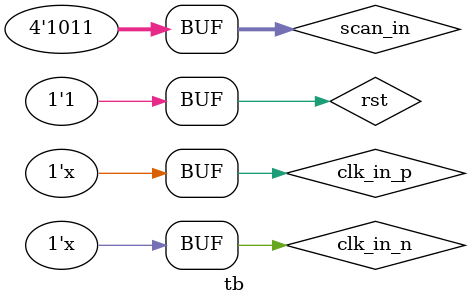
<source format=v>
`timescale 1ns / 1ps


module tb();
reg clk_in_p,clk_in_n;
reg [3:0]   sw;
reg [1:0]   key;
reg         rst;
reg [3:0]   scan_in;
wire    [3:0]   scan_out;
wire    [3:0]   en;
wire    [7:0]   disp1;
wire    [5:0]   led;
top top_sim(
    .clk_in_p(clk_in_p),
    .clk_in_n(clk_in_n),
    .rst(rst),
    .led(led),
    .scan_in(scan_in),
    .scan_out(scan_out),
    .sw(sw),
    .key(key),
    .en(en),
    .disp1(disp1)
);
initial begin
    rst=1;
    clk_in_p=0;
    clk_in_n=1;
    scan_in=4'b1011;
    
end
always  begin
    #5
    clk_in_p=~clk_in_p;
    clk_in_n=~clk_in_n;
end
endmodule

</source>
